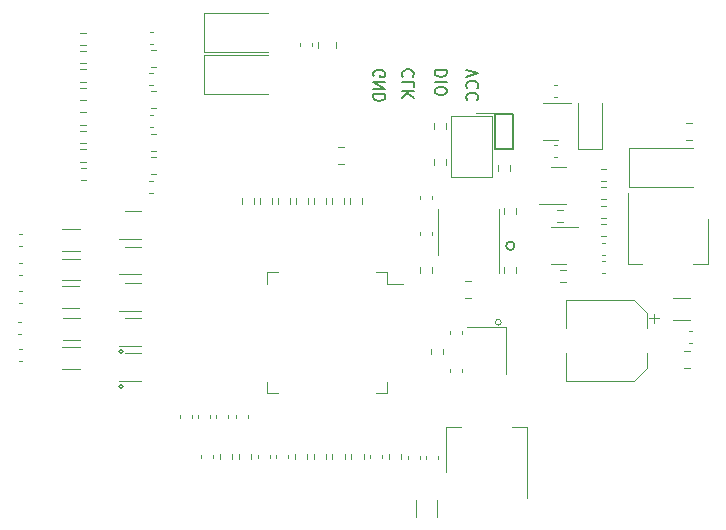
<source format=gbo>
%TF.GenerationSoftware,KiCad,Pcbnew,(6.0.0)*%
%TF.CreationDate,2022-02-12T14:45:39+08:00*%
%TF.ProjectId,SX7H02050048,53583748-3032-4303-9530-3034382e6b69,rev?*%
%TF.SameCoordinates,PX59a5380PY6d321a0*%
%TF.FileFunction,Legend,Bot*%
%TF.FilePolarity,Positive*%
%FSLAX46Y46*%
G04 Gerber Fmt 4.6, Leading zero omitted, Abs format (unit mm)*
G04 Created by KiCad (PCBNEW (6.0.0)) date 2022-02-12 14:45:39*
%MOMM*%
%LPD*%
G01*
G04 APERTURE LIST*
%ADD10C,0.150000*%
%ADD11C,0.120000*%
%ADD12C,0.200000*%
G04 APERTURE END LIST*
D10*
X46694210Y26108000D02*
G75*
G03*
X46694210Y26108000I-359210J0D01*
G01*
X38056142Y40419239D02*
X38103761Y40466858D01*
X38151380Y40609715D01*
X38151380Y40704953D01*
X38103761Y40847810D01*
X38008523Y40943048D01*
X37913285Y40990667D01*
X37722809Y41038286D01*
X37579952Y41038286D01*
X37389476Y40990667D01*
X37294238Y40943048D01*
X37199000Y40847810D01*
X37151380Y40704953D01*
X37151380Y40609715D01*
X37199000Y40466858D01*
X37246619Y40419239D01*
X38151380Y39514477D02*
X38151380Y39990667D01*
X37151380Y39990667D01*
X38151380Y39181143D02*
X37151380Y39181143D01*
X38151380Y38609715D02*
X37579952Y39038286D01*
X37151380Y38609715D02*
X37722809Y39181143D01*
X40945380Y40974810D02*
X39945380Y40974810D01*
X39945380Y40736715D01*
X39993000Y40593858D01*
X40088238Y40498620D01*
X40183476Y40451000D01*
X40373952Y40403381D01*
X40516809Y40403381D01*
X40707285Y40451000D01*
X40802523Y40498620D01*
X40897761Y40593858D01*
X40945380Y40736715D01*
X40945380Y40974810D01*
X40945380Y39974810D02*
X39945380Y39974810D01*
X39945380Y39308143D02*
X39945380Y39117667D01*
X39993000Y39022429D01*
X40088238Y38927191D01*
X40278714Y38879572D01*
X40612047Y38879572D01*
X40802523Y38927191D01*
X40897761Y39022429D01*
X40945380Y39117667D01*
X40945380Y39308143D01*
X40897761Y39403381D01*
X40802523Y39498620D01*
X40612047Y39546239D01*
X40278714Y39546239D01*
X40088238Y39498620D01*
X39993000Y39403381D01*
X39945380Y39308143D01*
X34786000Y40458905D02*
X34738380Y40554143D01*
X34738380Y40697000D01*
X34786000Y40839858D01*
X34881238Y40935096D01*
X34976476Y40982715D01*
X35166952Y41030334D01*
X35309809Y41030334D01*
X35500285Y40982715D01*
X35595523Y40935096D01*
X35690761Y40839858D01*
X35738380Y40697000D01*
X35738380Y40601762D01*
X35690761Y40458905D01*
X35643142Y40411286D01*
X35309809Y40411286D01*
X35309809Y40601762D01*
X35738380Y39982715D02*
X34738380Y39982715D01*
X35738380Y39411286D01*
X34738380Y39411286D01*
X35738380Y38935096D02*
X34738380Y38935096D01*
X34738380Y38697000D01*
X34786000Y38554143D01*
X34881238Y38458905D01*
X34976476Y38411286D01*
X35166952Y38363667D01*
X35309809Y38363667D01*
X35500285Y38411286D01*
X35595523Y38458905D01*
X35690761Y38554143D01*
X35738380Y38697000D01*
X35738380Y38935096D01*
X42612380Y41030334D02*
X43612380Y40697000D01*
X42612380Y40363667D01*
X43517142Y39458905D02*
X43564761Y39506524D01*
X43612380Y39649381D01*
X43612380Y39744620D01*
X43564761Y39887477D01*
X43469523Y39982715D01*
X43374285Y40030334D01*
X43183809Y40077953D01*
X43040952Y40077953D01*
X42850476Y40030334D01*
X42755238Y39982715D01*
X42660000Y39887477D01*
X42612380Y39744620D01*
X42612380Y39649381D01*
X42660000Y39506524D01*
X42707619Y39458905D01*
X43517142Y38458905D02*
X43564761Y38506524D01*
X43612380Y38649381D01*
X43612380Y38744620D01*
X43564761Y38887477D01*
X43469523Y38982715D01*
X43374285Y39030334D01*
X43183809Y39077953D01*
X43040952Y39077953D01*
X42850476Y39030334D01*
X42755238Y38982715D01*
X42660000Y38887477D01*
X42612380Y38744620D01*
X42612380Y38649381D01*
X42660000Y38506524D01*
X42707619Y38458905D01*
D11*
%TO.C,C148*%
X42517748Y21690000D02*
X43040252Y21690000D01*
X42517748Y23160000D02*
X43040252Y23160000D01*
%TO.C,R124*%
X10377258Y37400100D02*
X9902742Y37400100D01*
X10377258Y36355100D02*
X9902742Y36355100D01*
%TO.C,L105*%
X33776500Y29680742D02*
X33776500Y30155258D01*
X32731500Y29680742D02*
X32731500Y30155258D01*
%TO.C,R134*%
X24632500Y29680742D02*
X24632500Y30155258D01*
X23587500Y29680742D02*
X23587500Y30155258D01*
%TO.C,C144*%
X50285580Y39699000D02*
X50004420Y39699000D01*
X50285580Y38679000D02*
X50004420Y38679000D01*
%TO.C,C129*%
X15816020Y36139000D02*
X16097180Y36139000D01*
X15816020Y37159000D02*
X16097180Y37159000D01*
%TO.C,R154*%
X45812500Y24313258D02*
X45812500Y23838742D01*
X46857500Y24313258D02*
X46857500Y23838742D01*
%TO.C,R152*%
X45812500Y29266258D02*
X45812500Y28791742D01*
X46857500Y29266258D02*
X46857500Y28791742D01*
%TO.C,R102*%
X50288742Y29170500D02*
X50763258Y29170500D01*
X50288742Y28125500D02*
X50763258Y28125500D01*
%TO.C,C139*%
X5029380Y27114300D02*
X4748220Y27114300D01*
X5029380Y26094300D02*
X4748220Y26094300D01*
%TO.C,R132*%
X16336064Y35606000D02*
X15881936Y35606000D01*
X16336064Y34136000D02*
X15881936Y34136000D01*
%TO.C,R131*%
X16336064Y41222600D02*
X15881936Y41222600D01*
X16336064Y42692600D02*
X15881936Y42692600D01*
%TO.C,C138*%
X35479900Y8394280D02*
X35479900Y8113120D01*
X34459900Y8394280D02*
X34459900Y8113120D01*
%TO.C,D105*%
X20413000Y45776000D02*
X25813000Y45776000D01*
X20413000Y42476000D02*
X25813000Y42476000D01*
X20413000Y42476000D02*
X20413000Y45776000D01*
%TO.C,C124*%
X19413000Y11770580D02*
X19413000Y11489420D01*
X18393000Y11770580D02*
X18393000Y11489420D01*
%TO.C,C114*%
X42222200Y18882580D02*
X42222200Y18601420D01*
X41202200Y18882580D02*
X41202200Y18601420D01*
%TO.C,R127*%
X9902742Y44156500D02*
X10377258Y44156500D01*
X9902742Y43111500D02*
X10377258Y43111500D01*
%TO.C,C109*%
X31548000Y43387252D02*
X31548000Y42864748D01*
X30078000Y43387252D02*
X30078000Y42864748D01*
%TO.C,C145*%
X50004420Y34619000D02*
X50285580Y34619000D01*
X50004420Y33599000D02*
X50285580Y33599000D01*
%TO.C,R126*%
X9966542Y32726500D02*
X10441058Y32726500D01*
X9966542Y31681500D02*
X10441058Y31681500D01*
%TO.C,R103*%
X54458658Y29480500D02*
X53984142Y29480500D01*
X54458658Y28435500D02*
X53984142Y28435500D01*
%TO.C,R115*%
X31207500Y29680742D02*
X31207500Y30155258D01*
X32252500Y29680742D02*
X32252500Y30155258D01*
%TO.C,R106*%
X54446258Y30030500D02*
X53971742Y30030500D01*
X54446258Y31075500D02*
X53971742Y31075500D01*
%TO.C,C111*%
X39221000Y8060420D02*
X39221000Y8341580D01*
X40241000Y8060420D02*
X40241000Y8341580D01*
%TO.C,C132*%
X31722748Y32993000D02*
X32245252Y32993000D01*
X31722748Y34463000D02*
X32245252Y34463000D01*
%TO.C,C137*%
X26529400Y8394280D02*
X26529400Y8113120D01*
X27549400Y8394280D02*
X27549400Y8113120D01*
%TO.C,R147*%
X8411736Y23194300D02*
X9865864Y23194300D01*
X8411736Y25014300D02*
X9865864Y25014300D01*
%TO.C,R135*%
X25111500Y30155258D02*
X25111500Y29680742D01*
X26156500Y30155258D02*
X26156500Y29680742D01*
%TO.C,R114*%
X30728500Y30155258D02*
X30728500Y29680742D01*
X29683500Y30155258D02*
X29683500Y29680742D01*
%TO.C,R142*%
X33906300Y8490958D02*
X33906300Y8016442D01*
X32861300Y8490958D02*
X32861300Y8016442D01*
%TO.C,R144*%
X8402536Y20854700D02*
X9856664Y20854700D01*
X8402536Y22674700D02*
X9856664Y22674700D01*
%TO.C,Q106*%
X13688800Y19956900D02*
X15088800Y19956900D01*
X15088800Y17636900D02*
X13188800Y17636900D01*
D12*
X13522800Y17145900D02*
G75*
G03*
X13522800Y17145900I-150000J0D01*
G01*
D11*
%TO.C,C128*%
X15790620Y43174800D02*
X16071780Y43174800D01*
X15790620Y44194800D02*
X16071780Y44194800D01*
%TO.C,Q103*%
X13688800Y29014300D02*
X15088800Y29014300D01*
X15088800Y26694300D02*
X13188800Y26694300D01*
%TO.C,R146*%
X8435336Y18166300D02*
X9889464Y18166300D01*
X8435336Y19986300D02*
X9889464Y19986300D01*
%TO.C,D101*%
X52066000Y34272000D02*
X52066000Y38172000D01*
X54066000Y34272000D02*
X52066000Y34272000D01*
X54066000Y34272000D02*
X54066000Y38172000D01*
%TO.C,R151*%
X46349500Y32474742D02*
X46349500Y32949258D01*
X45304500Y32474742D02*
X45304500Y32949258D01*
%TO.C,C110*%
X37697000Y8060420D02*
X37697000Y8341580D01*
X38717000Y8060420D02*
X38717000Y8341580D01*
%TO.C,U104*%
X40219000Y27251000D02*
X40219000Y29201000D01*
X45339000Y27251000D02*
X45339000Y23801000D01*
X40219000Y27251000D02*
X40219000Y25301000D01*
X45339000Y27251000D02*
X45339000Y29201000D01*
%TO.C,R150*%
X40888500Y33457258D02*
X40888500Y32982742D01*
X39843500Y33457258D02*
X39843500Y32982742D01*
%TO.C,R105*%
X54446258Y32599500D02*
X53971742Y32599500D01*
X54446258Y31554500D02*
X53971742Y31554500D01*
%TO.C,C140*%
X5020180Y21254700D02*
X4739020Y21254700D01*
X5020180Y22274700D02*
X4739020Y22274700D01*
%TO.C,R141*%
X28103000Y8490958D02*
X28103000Y8016442D01*
X29148000Y8490958D02*
X29148000Y8016442D01*
%TO.C,D108*%
X49764000Y38209000D02*
X49114000Y38209000D01*
X49764000Y35089000D02*
X50414000Y35089000D01*
X49764000Y38209000D02*
X51439000Y38209000D01*
X49764000Y35089000D02*
X49114000Y35089000D01*
%TO.C,C105*%
X61434420Y18871000D02*
X61715580Y18871000D01*
X61434420Y17851000D02*
X61715580Y17851000D01*
%TO.C,U101*%
X47713000Y4736000D02*
X47713000Y10746000D01*
X40893000Y10746000D02*
X42153000Y10746000D01*
X40893000Y6986000D02*
X40893000Y10746000D01*
X47713000Y10746000D02*
X46453000Y10746000D01*
%TO.C,U102*%
X35925600Y23852000D02*
X35925600Y22902000D01*
X25705600Y13632000D02*
X25705600Y14582000D01*
X26655600Y23852000D02*
X25705600Y23852000D01*
X26655600Y13632000D02*
X25705600Y13632000D01*
X25705600Y23852000D02*
X25705600Y22902000D01*
X34975600Y13632000D02*
X35925600Y13632000D01*
X35925600Y22902000D02*
X37265600Y22902000D01*
X34975600Y23852000D02*
X35925600Y23852000D01*
X35925600Y13632000D02*
X35925600Y14582000D01*
%TO.C,D103*%
X50399000Y24548000D02*
X49749000Y24548000D01*
X50399000Y27668000D02*
X49749000Y27668000D01*
X50399000Y24548000D02*
X51049000Y24548000D01*
X50399000Y27668000D02*
X52074000Y27668000D01*
%TO.C,Q107*%
X13688800Y26014300D02*
X15088800Y26014300D01*
X15088800Y23694300D02*
X13188800Y23694300D01*
%TO.C,R101*%
X50542742Y24090500D02*
X51017258Y24090500D01*
X50542742Y23045500D02*
X51017258Y23045500D01*
%TO.C,R145*%
X8411736Y15694300D02*
X9865864Y15694300D01*
X8411736Y17514300D02*
X9865864Y17514300D01*
%TO.C,Q104*%
X15079600Y20619100D02*
X13179600Y20619100D01*
X13679600Y22939100D02*
X15079600Y22939100D01*
%TO.C,Q101*%
X50399000Y32748000D02*
X51049000Y32748000D01*
X50399000Y29628000D02*
X51049000Y29628000D01*
X50399000Y29628000D02*
X48724000Y29628000D01*
X50399000Y32748000D02*
X49749000Y32748000D01*
%TO.C,C101*%
X61709252Y36495000D02*
X61186748Y36495000D01*
X61709252Y35025000D02*
X61186748Y35025000D01*
%TO.C,C127*%
X15765220Y31621800D02*
X16046380Y31621800D01*
X15765220Y30601800D02*
X16046380Y30601800D01*
%TO.C,C146*%
X39733000Y30031420D02*
X39733000Y30312580D01*
X38713000Y30031420D02*
X38713000Y30312580D01*
%TO.C,R104*%
X53984142Y26911500D02*
X54458658Y26911500D01*
X53984142Y27956500D02*
X54458658Y27956500D01*
%TO.C,R136*%
X28159500Y30155258D02*
X28159500Y29680742D01*
X29204500Y30155258D02*
X29204500Y29680742D01*
%TO.C,R111*%
X40659900Y17404458D02*
X40659900Y16929942D01*
X39614900Y17404458D02*
X39614900Y16929942D01*
%TO.C,C106*%
X20185000Y8394280D02*
X20185000Y8113120D01*
X21205000Y8394280D02*
X21205000Y8113120D01*
%TO.C,R113*%
X26635500Y30155258D02*
X26635500Y29680742D01*
X27680500Y30155258D02*
X27680500Y29680742D01*
%TO.C,R137*%
X29689100Y8490958D02*
X29689100Y8016442D01*
X30734100Y8490958D02*
X30734100Y8016442D01*
%TO.C,R133*%
X16336064Y39212800D02*
X15881936Y39212800D01*
X16336064Y37742800D02*
X15881936Y37742800D01*
%TO.C,C125*%
X22461000Y11770580D02*
X22461000Y11489420D01*
X21441000Y11770580D02*
X21441000Y11489420D01*
D12*
%TO.C,R149*%
X46577001Y37259997D02*
X45076999Y37259997D01*
X46577001Y34259998D02*
X46577001Y37259997D01*
X45076999Y34259998D02*
X45076999Y37259997D01*
X46577001Y34259998D02*
X45076999Y34259998D01*
D11*
%TO.C,C126*%
X19917000Y11770580D02*
X19917000Y11489420D01*
X20937000Y11770580D02*
X20937000Y11489420D01*
%TO.C,R153*%
X38700500Y24313258D02*
X38700500Y23838742D01*
X39745500Y24313258D02*
X39745500Y23838742D01*
%TO.C,R107*%
X23333500Y8490958D02*
X23333500Y8016442D01*
X24378500Y8490958D02*
X24378500Y8016442D01*
%TO.C,R122*%
X10415658Y33230900D02*
X9941142Y33230900D01*
X10415658Y34275900D02*
X9941142Y34275900D01*
%TO.C,C147*%
X38713000Y26983420D02*
X38713000Y27264580D01*
X39733000Y26983420D02*
X39733000Y27264580D01*
%TO.C,D102*%
X56397000Y31062000D02*
X56397000Y34362000D01*
X56397000Y31062000D02*
X61797000Y31062000D01*
X56397000Y34362000D02*
X61797000Y34362000D01*
%TO.C,C108*%
X40133000Y4594252D02*
X40133000Y3171748D01*
X38313000Y4594252D02*
X38313000Y3171748D01*
%TO.C,C143*%
X5029380Y24614300D02*
X4748220Y24614300D01*
X5029380Y23594300D02*
X4748220Y23594300D01*
%TO.C,L101*%
X54349580Y23820000D02*
X54068420Y23820000D01*
X54349580Y24840000D02*
X54068420Y24840000D01*
%TO.C,C130*%
X15765220Y40740400D02*
X16046380Y40740400D01*
X15765220Y39720400D02*
X16046380Y39720400D01*
%TO.C,R139*%
X31275200Y8490958D02*
X31275200Y8016442D01*
X32320200Y8490958D02*
X32320200Y8016442D01*
%TO.C,R108*%
X21758600Y8490958D02*
X21758600Y8016442D01*
X22803600Y8490958D02*
X22803600Y8016442D01*
%TO.C,C141*%
X5029380Y16344300D02*
X4748220Y16344300D01*
X5029380Y17364300D02*
X4748220Y17364300D01*
%TO.C,C107*%
X61059748Y17191000D02*
X61582252Y17191000D01*
X61059748Y15721000D02*
X61582252Y15721000D01*
%TO.C,R130*%
X16336064Y32154800D02*
X15881936Y32154800D01*
X16336064Y33624800D02*
X15881936Y33624800D01*
%TO.C,C102*%
X54080820Y25344000D02*
X54361980Y25344000D01*
X54080820Y26364000D02*
X54361980Y26364000D01*
%TO.C,C103*%
X60101748Y19864000D02*
X61524252Y19864000D01*
X60101748Y21684000D02*
X61524252Y21684000D01*
%TO.C,R117*%
X37078500Y8490958D02*
X37078500Y8016442D01*
X36033500Y8490958D02*
X36033500Y8016442D01*
%TO.C,C142*%
X4934180Y19687900D02*
X4653020Y19687900D01*
X4934180Y18667900D02*
X4653020Y18667900D01*
%TO.C,Y101*%
X42653000Y19218000D02*
X45953000Y19218000D01*
X45953000Y19218000D02*
X45953000Y15218000D01*
X45569000Y19631000D02*
G75*
G03*
X45569000Y19631000I-250000J0D01*
G01*
%TO.C,R148*%
X40888500Y36505258D02*
X40888500Y36030742D01*
X39843500Y36505258D02*
X39843500Y36030742D01*
%TO.C,L104*%
X44772100Y37111600D02*
X44772100Y31921600D01*
X44772100Y37111600D02*
X41352100Y37111600D01*
X44772100Y31921600D02*
X41352100Y31921600D01*
X45012100Y37361600D02*
X43412100Y37361600D01*
X41352100Y37111600D02*
X41352100Y31921600D01*
X45012100Y37361600D02*
X45012100Y35916600D01*
%TO.C,C112*%
X29573000Y43266580D02*
X29573000Y42985420D01*
X28553000Y43266580D02*
X28553000Y42985420D01*
%TO.C,C104*%
X57873000Y20452563D02*
X56808563Y21517000D01*
X57873000Y20452563D02*
X57873000Y19167000D01*
X57873000Y15761437D02*
X56808563Y14697000D01*
X58506750Y20348250D02*
X58506750Y19560750D01*
X57873000Y15761437D02*
X57873000Y17047000D01*
X51053000Y14697000D02*
X51053000Y17047000D01*
X56808563Y14697000D02*
X51053000Y14697000D01*
X58900500Y19954500D02*
X58113000Y19954500D01*
X51053000Y21517000D02*
X51053000Y19167000D01*
X56808563Y21517000D02*
X51053000Y21517000D01*
%TO.C,L102*%
X24997000Y8113120D02*
X24997000Y8394280D01*
X26017000Y8113120D02*
X26017000Y8394280D01*
%TO.C,R125*%
X10377258Y41057700D02*
X9902742Y41057700D01*
X10377258Y40012700D02*
X9902742Y40012700D01*
%TO.C,C115*%
X41202200Y15401020D02*
X41202200Y15682180D01*
X42222200Y15401020D02*
X42222200Y15682180D01*
%TO.C,R128*%
X9915742Y34805700D02*
X10390258Y34805700D01*
X9915742Y35850700D02*
X10390258Y35850700D01*
%TO.C,R129*%
X9902742Y39482900D02*
X10377258Y39482900D01*
X9902742Y38437900D02*
X10377258Y38437900D01*
%TO.C,R143*%
X8411736Y27514300D02*
X9865864Y27514300D01*
X8411736Y25694300D02*
X9865864Y25694300D01*
%TO.C,Q102*%
X63080000Y28339000D02*
X63080000Y24579000D01*
X56260000Y24579000D02*
X57520000Y24579000D01*
X63080000Y24579000D02*
X61820000Y24579000D01*
X56260000Y30589000D02*
X56260000Y24579000D01*
%TO.C,C123*%
X24112000Y11770580D02*
X24112000Y11489420D01*
X23092000Y11770580D02*
X23092000Y11489420D01*
%TO.C,R123*%
X10377258Y42607100D02*
X9902742Y42607100D01*
X10377258Y41562100D02*
X9902742Y41562100D01*
%TO.C,D104*%
X20413000Y38976000D02*
X20413000Y42276000D01*
X20413000Y38976000D02*
X25813000Y38976000D01*
X20413000Y42276000D02*
X25813000Y42276000D01*
%TO.C,Q105*%
X15088800Y14694300D02*
X13188800Y14694300D01*
X13688800Y17014300D02*
X15088800Y17014300D01*
D12*
X13522800Y14203300D02*
G75*
G03*
X13522800Y14203300I-150000J0D01*
G01*
%TD*%
M02*

</source>
